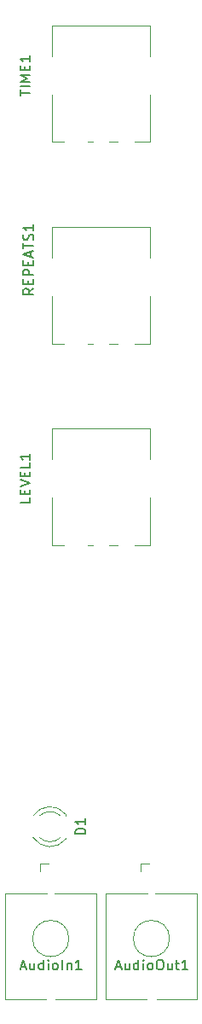
<source format=gbr>
%TF.GenerationSoftware,KiCad,Pcbnew,6.0.7+dfsg-1~bpo11+1*%
%TF.CreationDate,2022-10-26T04:05:39+08:00*%
%TF.ProjectId,MiniDelay v1.0 - Main,4d696e69-4465-46c6-9179-2076312e3020,rev?*%
%TF.SameCoordinates,Original*%
%TF.FileFunction,Legend,Top*%
%TF.FilePolarity,Positive*%
%FSLAX46Y46*%
G04 Gerber Fmt 4.6, Leading zero omitted, Abs format (unit mm)*
G04 Created by KiCad (PCBNEW 6.0.7+dfsg-1~bpo11+1) date 2022-10-26 04:05:39*
%MOMM*%
%LPD*%
G01*
G04 APERTURE LIST*
%ADD10C,0.150000*%
%ADD11C,0.120000*%
G04 APERTURE END LIST*
D10*
%TO.C,D1*%
X133452380Y-139288095D02*
X132452380Y-139288095D01*
X132452380Y-139050000D01*
X132500000Y-138907142D01*
X132595238Y-138811904D01*
X132690476Y-138764285D01*
X132880952Y-138716666D01*
X133023809Y-138716666D01*
X133214285Y-138764285D01*
X133309523Y-138811904D01*
X133404761Y-138907142D01*
X133452380Y-139050000D01*
X133452380Y-139288095D01*
X133452380Y-137764285D02*
X133452380Y-138335714D01*
X133452380Y-138050000D02*
X132452380Y-138050000D01*
X132595238Y-138145238D01*
X132690476Y-138240476D01*
X132738095Y-138335714D01*
%TO.C,AudioOut1*%
X136478571Y-152466666D02*
X136954761Y-152466666D01*
X136383333Y-152752380D02*
X136716666Y-151752380D01*
X137050000Y-152752380D01*
X137811904Y-152085714D02*
X137811904Y-152752380D01*
X137383333Y-152085714D02*
X137383333Y-152609523D01*
X137430952Y-152704761D01*
X137526190Y-152752380D01*
X137669047Y-152752380D01*
X137764285Y-152704761D01*
X137811904Y-152657142D01*
X138716666Y-152752380D02*
X138716666Y-151752380D01*
X138716666Y-152704761D02*
X138621428Y-152752380D01*
X138430952Y-152752380D01*
X138335714Y-152704761D01*
X138288095Y-152657142D01*
X138240476Y-152561904D01*
X138240476Y-152276190D01*
X138288095Y-152180952D01*
X138335714Y-152133333D01*
X138430952Y-152085714D01*
X138621428Y-152085714D01*
X138716666Y-152133333D01*
X139192857Y-152752380D02*
X139192857Y-152085714D01*
X139192857Y-151752380D02*
X139145238Y-151800000D01*
X139192857Y-151847619D01*
X139240476Y-151800000D01*
X139192857Y-151752380D01*
X139192857Y-151847619D01*
X139811904Y-152752380D02*
X139716666Y-152704761D01*
X139669047Y-152657142D01*
X139621428Y-152561904D01*
X139621428Y-152276190D01*
X139669047Y-152180952D01*
X139716666Y-152133333D01*
X139811904Y-152085714D01*
X139954761Y-152085714D01*
X140050000Y-152133333D01*
X140097619Y-152180952D01*
X140145238Y-152276190D01*
X140145238Y-152561904D01*
X140097619Y-152657142D01*
X140050000Y-152704761D01*
X139954761Y-152752380D01*
X139811904Y-152752380D01*
X140764285Y-151752380D02*
X140954761Y-151752380D01*
X141050000Y-151800000D01*
X141145238Y-151895238D01*
X141192857Y-152085714D01*
X141192857Y-152419047D01*
X141145238Y-152609523D01*
X141050000Y-152704761D01*
X140954761Y-152752380D01*
X140764285Y-152752380D01*
X140669047Y-152704761D01*
X140573809Y-152609523D01*
X140526190Y-152419047D01*
X140526190Y-152085714D01*
X140573809Y-151895238D01*
X140669047Y-151800000D01*
X140764285Y-151752380D01*
X142050000Y-152085714D02*
X142050000Y-152752380D01*
X141621428Y-152085714D02*
X141621428Y-152609523D01*
X141669047Y-152704761D01*
X141764285Y-152752380D01*
X141907142Y-152752380D01*
X142002380Y-152704761D01*
X142050000Y-152657142D01*
X142383333Y-152085714D02*
X142764285Y-152085714D01*
X142526190Y-151752380D02*
X142526190Y-152609523D01*
X142573809Y-152704761D01*
X142669047Y-152752380D01*
X142764285Y-152752380D01*
X143621428Y-152752380D02*
X143050000Y-152752380D01*
X143335714Y-152752380D02*
X143335714Y-151752380D01*
X143240476Y-151895238D01*
X143145238Y-151990476D01*
X143050000Y-152038095D01*
%TO.C,AudioIn1*%
X127050000Y-152466666D02*
X127526190Y-152466666D01*
X126954761Y-152752380D02*
X127288095Y-151752380D01*
X127621428Y-152752380D01*
X128383333Y-152085714D02*
X128383333Y-152752380D01*
X127954761Y-152085714D02*
X127954761Y-152609523D01*
X128002380Y-152704761D01*
X128097619Y-152752380D01*
X128240476Y-152752380D01*
X128335714Y-152704761D01*
X128383333Y-152657142D01*
X129288095Y-152752380D02*
X129288095Y-151752380D01*
X129288095Y-152704761D02*
X129192857Y-152752380D01*
X129002380Y-152752380D01*
X128907142Y-152704761D01*
X128859523Y-152657142D01*
X128811904Y-152561904D01*
X128811904Y-152276190D01*
X128859523Y-152180952D01*
X128907142Y-152133333D01*
X129002380Y-152085714D01*
X129192857Y-152085714D01*
X129288095Y-152133333D01*
X129764285Y-152752380D02*
X129764285Y-152085714D01*
X129764285Y-151752380D02*
X129716666Y-151800000D01*
X129764285Y-151847619D01*
X129811904Y-151800000D01*
X129764285Y-151752380D01*
X129764285Y-151847619D01*
X130383333Y-152752380D02*
X130288095Y-152704761D01*
X130240476Y-152657142D01*
X130192857Y-152561904D01*
X130192857Y-152276190D01*
X130240476Y-152180952D01*
X130288095Y-152133333D01*
X130383333Y-152085714D01*
X130526190Y-152085714D01*
X130621428Y-152133333D01*
X130669047Y-152180952D01*
X130716666Y-152276190D01*
X130716666Y-152561904D01*
X130669047Y-152657142D01*
X130621428Y-152704761D01*
X130526190Y-152752380D01*
X130383333Y-152752380D01*
X131145238Y-152752380D02*
X131145238Y-151752380D01*
X131621428Y-152085714D02*
X131621428Y-152752380D01*
X131621428Y-152180952D02*
X131669047Y-152133333D01*
X131764285Y-152085714D01*
X131907142Y-152085714D01*
X132002380Y-152133333D01*
X132050000Y-152228571D01*
X132050000Y-152752380D01*
X133050000Y-152752380D02*
X132478571Y-152752380D01*
X132764285Y-152752380D02*
X132764285Y-151752380D01*
X132669047Y-151895238D01*
X132573809Y-151990476D01*
X132478571Y-152038095D01*
%TO.C,LEVEL1*%
X127952380Y-105904761D02*
X127952380Y-106380952D01*
X126952380Y-106380952D01*
X127428571Y-105571428D02*
X127428571Y-105238095D01*
X127952380Y-105095238D02*
X127952380Y-105571428D01*
X126952380Y-105571428D01*
X126952380Y-105095238D01*
X126952380Y-104809523D02*
X127952380Y-104476190D01*
X126952380Y-104142857D01*
X127428571Y-103809523D02*
X127428571Y-103476190D01*
X127952380Y-103333333D02*
X127952380Y-103809523D01*
X126952380Y-103809523D01*
X126952380Y-103333333D01*
X127952380Y-102428571D02*
X127952380Y-102904761D01*
X126952380Y-102904761D01*
X127952380Y-101571428D02*
X127952380Y-102142857D01*
X127952380Y-101857142D02*
X126952380Y-101857142D01*
X127095238Y-101952380D01*
X127190476Y-102047619D01*
X127238095Y-102142857D01*
%TO.C,TIME1*%
X126952380Y-66023809D02*
X126952380Y-65452380D01*
X127952380Y-65738095D02*
X126952380Y-65738095D01*
X127952380Y-65119047D02*
X126952380Y-65119047D01*
X127952380Y-64642857D02*
X126952380Y-64642857D01*
X127666666Y-64309523D01*
X126952380Y-63976190D01*
X127952380Y-63976190D01*
X127428571Y-63500000D02*
X127428571Y-63166666D01*
X127952380Y-63023809D02*
X127952380Y-63500000D01*
X126952380Y-63500000D01*
X126952380Y-63023809D01*
X127952380Y-62071428D02*
X127952380Y-62642857D01*
X127952380Y-62357142D02*
X126952380Y-62357142D01*
X127095238Y-62452380D01*
X127190476Y-62547619D01*
X127238095Y-62642857D01*
%TO.C,REPEATS1*%
X128277380Y-85157142D02*
X127801190Y-85490476D01*
X128277380Y-85728571D02*
X127277380Y-85728571D01*
X127277380Y-85347619D01*
X127325000Y-85252380D01*
X127372619Y-85204761D01*
X127467857Y-85157142D01*
X127610714Y-85157142D01*
X127705952Y-85204761D01*
X127753571Y-85252380D01*
X127801190Y-85347619D01*
X127801190Y-85728571D01*
X127753571Y-84728571D02*
X127753571Y-84395238D01*
X128277380Y-84252380D02*
X128277380Y-84728571D01*
X127277380Y-84728571D01*
X127277380Y-84252380D01*
X128277380Y-83823809D02*
X127277380Y-83823809D01*
X127277380Y-83442857D01*
X127325000Y-83347619D01*
X127372619Y-83300000D01*
X127467857Y-83252380D01*
X127610714Y-83252380D01*
X127705952Y-83300000D01*
X127753571Y-83347619D01*
X127801190Y-83442857D01*
X127801190Y-83823809D01*
X127753571Y-82823809D02*
X127753571Y-82490476D01*
X128277380Y-82347619D02*
X128277380Y-82823809D01*
X127277380Y-82823809D01*
X127277380Y-82347619D01*
X127991666Y-81966666D02*
X127991666Y-81490476D01*
X128277380Y-82061904D02*
X127277380Y-81728571D01*
X128277380Y-81395238D01*
X127277380Y-81204761D02*
X127277380Y-80633333D01*
X128277380Y-80919047D02*
X127277380Y-80919047D01*
X128229761Y-80347619D02*
X128277380Y-80204761D01*
X128277380Y-79966666D01*
X128229761Y-79871428D01*
X128182142Y-79823809D01*
X128086904Y-79776190D01*
X127991666Y-79776190D01*
X127896428Y-79823809D01*
X127848809Y-79871428D01*
X127801190Y-79966666D01*
X127753571Y-80157142D01*
X127705952Y-80252380D01*
X127658333Y-80300000D01*
X127563095Y-80347619D01*
X127467857Y-80347619D01*
X127372619Y-80300000D01*
X127325000Y-80252380D01*
X127277380Y-80157142D01*
X127277380Y-79919047D01*
X127325000Y-79776190D01*
X128277380Y-78823809D02*
X128277380Y-79395238D01*
X128277380Y-79109523D02*
X127277380Y-79109523D01*
X127420238Y-79204761D01*
X127515476Y-79300000D01*
X127563095Y-79395238D01*
D11*
%TO.C,D1*%
X131490000Y-137470000D02*
X131490000Y-137314000D01*
X131490000Y-139786000D02*
X131490000Y-139630000D01*
X131490000Y-137314484D02*
G75*
G03*
X128257665Y-137471392I-1560000J-1235516D01*
G01*
X130970961Y-137470000D02*
G75*
G03*
X128888870Y-137470163I-1040961J-1080000D01*
G01*
X128257665Y-139628608D02*
G75*
G03*
X131490000Y-139785516I1672335J1078608D01*
G01*
X128888870Y-139629837D02*
G75*
G03*
X130970961Y-139630000I1041130J1079837D01*
G01*
%TO.C,AudioOut1*%
X139650000Y-145150000D02*
X135500000Y-145150000D01*
X144500000Y-155650000D02*
X140500000Y-155650000D01*
X144500000Y-145150000D02*
X144500000Y-155650000D01*
X144500000Y-145150000D02*
X140350000Y-145150000D01*
X139500000Y-155650000D02*
X135500000Y-155650000D01*
X138940000Y-142170000D02*
X138940000Y-142970000D01*
X138940000Y-142170000D02*
X139800000Y-142170000D01*
X135500000Y-145150000D02*
X135500000Y-155650000D01*
X141800000Y-149650000D02*
G75*
G03*
X141800000Y-149650000I-1800000J0D01*
G01*
%TO.C,AudioIn1*%
X125500000Y-145150000D02*
X125500000Y-155650000D01*
X128940000Y-142170000D02*
X129800000Y-142170000D01*
X129500000Y-155650000D02*
X125500000Y-155650000D01*
X134500000Y-155650000D02*
X130500000Y-155650000D01*
X134500000Y-145150000D02*
X134500000Y-155650000D01*
X128940000Y-142170000D02*
X128940000Y-142970000D01*
X129650000Y-145150000D02*
X125500000Y-145150000D01*
X134500000Y-145150000D02*
X130350000Y-145150000D01*
X131800000Y-149650000D02*
G75*
G03*
X131800000Y-149650000I-1800000J0D01*
G01*
%TO.C,LEVEL1*%
X136660000Y-110620000D02*
X135830000Y-110620000D01*
X131310000Y-110620000D02*
X130130000Y-110620000D01*
X139870000Y-102090000D02*
X139870000Y-99030000D01*
X139870000Y-99030000D02*
X130130000Y-99030000D01*
X139870000Y-110620000D02*
X138380000Y-110620000D01*
X134210000Y-110620000D02*
X133680000Y-110620000D01*
X130130000Y-102090000D02*
X130130000Y-99030000D01*
X130120000Y-110620000D02*
X130120000Y-105900000D01*
X139870000Y-110620000D02*
X139870000Y-105900000D01*
%TO.C,TIME1*%
X136660000Y-70620000D02*
X135830000Y-70620000D01*
X131310000Y-70620000D02*
X130130000Y-70620000D01*
X139870000Y-70620000D02*
X138380000Y-70620000D01*
X130130000Y-62090000D02*
X130130000Y-59030000D01*
X130120000Y-70620000D02*
X130120000Y-65900000D01*
X134210000Y-70620000D02*
X133680000Y-70620000D01*
X139870000Y-70620000D02*
X139870000Y-65900000D01*
X139870000Y-62090000D02*
X139870000Y-59030000D01*
X139870000Y-59030000D02*
X130130000Y-59030000D01*
%TO.C,REPEATS1*%
X130120000Y-90620000D02*
X130120000Y-85900000D01*
X131310000Y-90620000D02*
X130130000Y-90620000D01*
X139870000Y-82090000D02*
X139870000Y-79030000D01*
X134210000Y-90620000D02*
X133680000Y-90620000D01*
X136660000Y-90620000D02*
X135830000Y-90620000D01*
X130130000Y-82090000D02*
X130130000Y-79030000D01*
X139870000Y-90620000D02*
X138380000Y-90620000D01*
X139870000Y-90620000D02*
X139870000Y-85900000D01*
X139870000Y-79030000D02*
X130130000Y-79030000D01*
%TD*%
M02*

</source>
